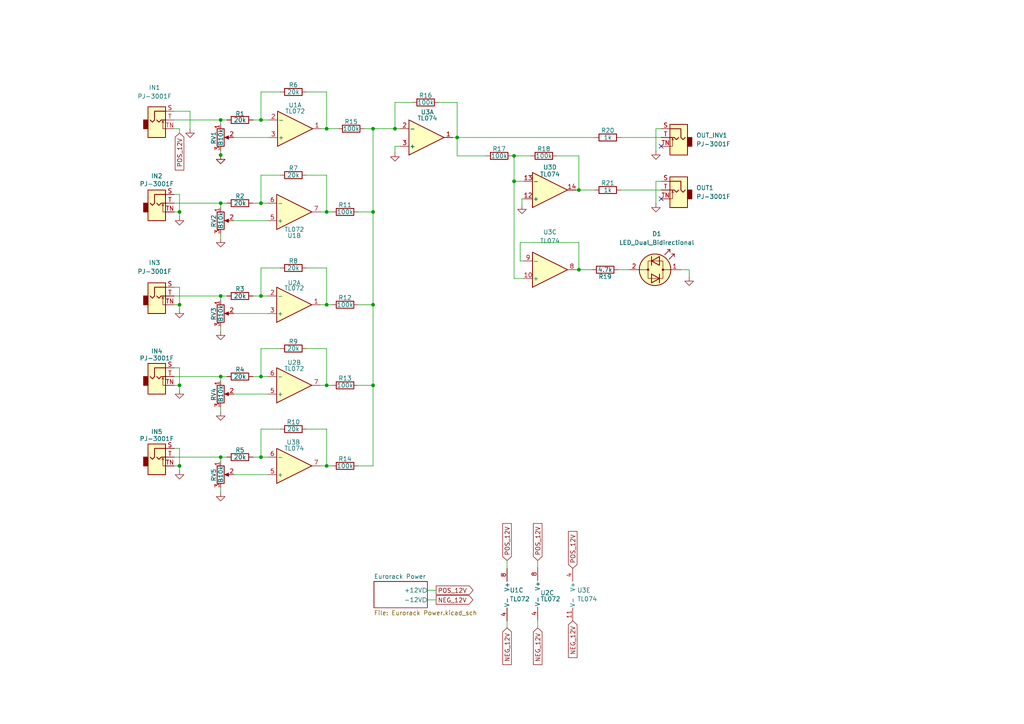
<source format=kicad_sch>
(kicad_sch (version 20211123) (generator eeschema)
  (paper "A4")
  (title_block (title "MiniAttenuMix") (rev "v0.1") (company "benjiaomodular") (comment 1 "CV Mixer with Attenuverted Inputs"))
  (lib_symbols
    (symbol "Amplifier_Operational:TL072" (pin_names (offset 0.127))
      (property "Reference" "U" (at 0 5.08 0))
      (property "Value" "TL072" (at 0 -5.08 0))
      (symbol "TL072_1_1"
        (polyline (pts (xy -5.08 5.08) (xy 5.08 0) (xy -5.08 -5.08) (xy -5.08 5.08)) (stroke (width 0.254)) (fill (type background)))
        (pin output line (at 7.62 0 180) (length 2.54) (name "~") (number "1"))
        (pin input line (at -7.62 -2.54 0) (length 2.54) (name "-") (number "2"))
        (pin input line (at -7.62 2.54 0) (length 2.54) (name "+") (number "3"))
      )
      (symbol "TL072_2_1"
        (polyline (pts (xy -5.08 5.08) (xy 5.08 0) (xy -5.08 -5.08) (xy -5.08 5.08)) (stroke (width 0.254)) (fill (type background)))
        (pin input line (at -7.62 2.54 0) (length 2.54) (name "+") (number "5"))
        (pin input line (at -7.62 -2.54 0) (length 2.54) (name "-") (number "6"))
        (pin output line (at 7.62 0 180) (length 2.54) (name "~") (number "7"))
      )
      (symbol "TL072_3_1"
        (pin power_in line (at -2.54 -7.62 90) (length 3.81) (name "V-") (number "4"))
        (pin power_in line (at -2.54 7.62 270) (length 3.81) (name "V+") (number "8"))
      )
    )
    (symbol "Amplifier_Operational:TL074" (pin_names (offset 0.127))
      (property "Reference" "U" (at 0 5.08 0))
      (property "Value" "TL074" (at 0 -5.08 0))
      (symbol "TL074_1_1"
        (polyline (pts (xy -5.08 5.08) (xy 5.08 0) (xy -5.08 -5.08) (xy -5.08 5.08)) (stroke (width 0.254)) (fill (type background)))
        (pin output line (at 7.62 0 180) (length 2.54) (name "~") (number "1"))
        (pin input line (at -7.62 -2.54 0) (length 2.54) (name "-") (number "2"))
        (pin input line (at -7.62 2.54 0) (length 2.54) (name "+") (number "3"))
      )
      (symbol "TL074_2_1"
        (polyline (pts (xy -5.08 5.08) (xy 5.08 0) (xy -5.08 -5.08) (xy -5.08 5.08)) (stroke (width 0.254)) (fill (type background)))
        (pin input line (at -7.62 2.54 0) (length 2.54) (name "+") (number "5"))
        (pin input line (at -7.62 -2.54 0) (length 2.54) (name "-") (number "6"))
        (pin output line (at 7.62 0 180) (length 2.54) (name "~") (number "7"))
      )
      (symbol "TL074_3_1"
        (polyline (pts (xy -5.08 5.08) (xy 5.08 0) (xy -5.08 -5.08) (xy -5.08 5.08)) (stroke (width 0.254)) (fill (type background)))
        (pin input line (at -7.62 2.54 0) (length 2.54) (name "+") (number "10"))
        (pin output line (at 7.62 0 180) (length 2.54) (name "~") (number "8"))
        (pin input line (at -7.62 -2.54 0) (length 2.54) (name "-") (number "9"))
      )
      (symbol "TL074_4_1"
        (polyline (pts (xy -5.08 5.08) (xy 5.08 0) (xy -5.08 -5.08) (xy -5.08 5.08)) (stroke (width 0.254)) (fill (type background)))
        (pin input line (at -7.62 2.54 0) (length 2.54) (name "+") (number "12"))
        (pin input line (at -7.62 -2.54 0) (length 2.54) (name "-") (number "13"))
        (pin output line (at 7.62 0 180) (length 2.54) (name "~") (number "14"))
      )
      (symbol "TL074_5_1"
        (pin power_in line (at -2.54 -7.62 90) (length 3.81) (name "V-") (number "11"))
        (pin power_in line (at -2.54 7.62 270) (length 3.81) (name "V+") (number "4"))
      )
    )
    (symbol "Connector:AudioJack2_SwitchT"
      (property "Reference" "J" (at 0 8.89 0))
      (property "Value" "AudioJack2_SwitchT" (at 0 6.35 0))
      (symbol "AudioJack2_SwitchT_0_1"
        (rectangle (start -2.54 0) (end -3.81 -2.54) (stroke (width 0.254)) (fill (type outline)))
        (polyline (pts (xy 1.778 -0.254) (xy 2.032 -0.762)))
        (polyline (pts (xy 0 0) (xy 0.635 -0.635) (xy 1.27 0) (xy 2.54 0)) (stroke (width 0.254)))
        (polyline (pts (xy 2.54 -2.54) (xy 1.778 -2.54) (xy 1.778 -0.254) (xy 1.524 -0.762)))
        (polyline (pts (xy 2.54 2.54) (xy -0.635 2.54) (xy -0.635 0) (xy -1.27 -0.635) (xy -1.905 0)) (stroke (width 0.254)))
        (rectangle (start 2.54 3.81) (end -2.54 -5.08) (stroke (width 0.254)) (fill (type background)))
      )
      (symbol "AudioJack2_SwitchT_1_1"
        (pin passive line (at 5.08 2.54 180) (length 2.54) (name "~") (number "S"))
        (pin passive line (at 5.08 0 180) (length 2.54) (name "~") (number "T"))
        (pin passive line (at 5.08 -2.54 180) (length 2.54) (name "~") (number "TN"))
      )
    )
    (symbol "Device:LED_Dual_Bidirectional" (pin_names (offset 0) hide)
      (property "Reference" "D" (at 0 5.715 0))
      (property "Value" "LED_Dual_Bidirectional" (at 0 -6.35 0))
      (symbol "LED_Dual_Bidirectional_0_1"
        (circle (center -2.032 0) (radius 0.254) (fill (type outline)))
        (polyline (pts (xy -4.572 0) (xy -2.54 0)))
        (polyline (pts (xy -2.032 0) (xy -2.54 0)))
        (polyline (pts (xy -1.016 3.81) (xy -1.016 1.27)) (stroke (width 0.254)))
        (polyline (pts (xy 1.27 -1.27) (xy 1.27 -3.81)) (stroke (width 0.254)))
        (polyline (pts (xy 4.064 0) (xy 2.286 0)) (fill (type outline)))
        (polyline (pts (xy 4.318 5.842) (xy 4.318 5.08)) (stroke (width 0.2032)))
        (polyline (pts (xy 5.588 4.572) (xy 5.588 3.81)) (stroke (width 0.2032)))
        (polyline (pts (xy 2.794 4.318) (xy 4.318 5.842) (xy 3.556 5.842)) (stroke (width 0.2032)))
        (polyline (pts (xy 4.064 3.048) (xy 5.588 4.572) (xy 4.826 4.572)) (stroke (width 0.2032)))
        (polyline (pts (xy -1.016 -1.27) (xy -1.016 -3.81) (xy 1.27 -2.54) (xy -1.016 -1.27)) (stroke (width 0.254)))
        (polyline (pts (xy 1.27 3.81) (xy 1.27 1.27) (xy -1.016 2.54) (xy 1.27 3.81)) (stroke (width 0.254)))
        (polyline (pts (xy 2.286 2.54) (xy -2.032 2.54) (xy -2.032 -2.54) (xy 2.286 -2.54) (xy 2.286 2.54)))
        (circle (center 0 0) (radius 4.572) (stroke (width 0.254)) (fill (type background)))
        (circle (center 2.286 0) (radius 0.254) (fill (type outline)))
      )
      (symbol "LED_Dual_Bidirectional_1_1"
        (pin input line (at 7.62 0 180) (length 3.81) (name "KA") (number "1"))
        (pin input line (at -7.62 0 0) (length 3.048) (name "AK") (number "2"))
      )
    )
    (symbol "Device:R" (pin_numbers hide) (pin_names (offset 0))
      (property "Reference" "R" (at 2.032 0 90))
      (property "Value" "R" (at 0 0 90))
      (symbol "R_0_1"
        (rectangle (start -1.016 -2.54) (end 1.016 2.54) (stroke (width 0.254)))
      )
      (symbol "R_1_1"
        (pin passive line (at 0 3.81 270) (length 1.27) (name "~") (number "1"))
        (pin passive line (at 0 -3.81 90) (length 1.27) (name "~") (number "2"))
      )
    )
    (symbol "Device:R_Potentiometer" (pin_names (offset 1.016) hide)
      (property "Reference" "RV" (at -4.445 0 90))
      (property "Value" "R_Potentiometer" (at -2.54 0 90))
      (symbol "R_Potentiometer_0_1"
        (polyline (pts (xy 2.54 0) (xy 1.524 0)))
        (polyline (pts (xy 1.143 0) (xy 2.286 0.508) (xy 2.286 -0.508) (xy 1.143 0)) (fill (type outline)))
        (rectangle (start 1.016 2.54) (end -1.016 -2.54) (stroke (width 0.254)))
      )
      (symbol "R_Potentiometer_1_1"
        (pin passive line (at 0 3.81 270) (length 1.27) (name "1") (number "1"))
        (pin passive line (at 3.81 0 180) (length 1.27) (name "2") (number "2"))
        (pin passive line (at 0 -3.81 90) (length 1.27) (name "3") (number "3"))
      )
    )
    (symbol "power:GND" (power) (pin_names (offset 0))
      (property "Value" "GND" (at 0 -3.81 0))
      (symbol "GND_0_1"
        (polyline (pts (xy 0 0) (xy 0 -1.27) (xy 1.27 -1.27) (xy 0 -2.54) (xy -1.27 -1.27) (xy 0 -1.27)))
      )
      (symbol "GND_1_1"
        (pin power_in line (at 0 0 270) (length 0) hide (name "GND") (number "1"))
      )
    )
  )
  (junction (at 94.742 37.338))
  (junction (at 94.742 88.392))
  (junction (at 64.008 34.798))
  (junction (at 75.692 132.588))
  (junction (at 132.588 39.878))
  (junction (at 167.894 78.232))
  (junction (at 64.008 58.928))
  (junction (at 75.692 85.852))
  (junction (at 52.07 88.392))
  (junction (at 149.098 45.212))
  (junction (at 94.742 135.128))
  (junction (at 64.008 132.588))
  (junction (at 52.07 61.468))
  (junction (at 52.07 111.76))
  (junction (at 64.008 85.852))
  (junction (at 64.008 44.958))
  (junction (at 94.742 61.468))
  (junction (at 149.098 52.578))
  (junction (at 114.554 37.338))
  (junction (at 94.742 111.76))
  (junction (at 108.204 61.468))
  (junction (at 108.204 111.76))
  (junction (at 52.07 135.128))
  (junction (at 75.692 58.928))
  (junction (at 108.204 37.338))
  (junction (at 108.204 88.392))
  (junction (at 167.894 55.118))
  (junction (at 75.692 34.798))
  (junction (at 64.008 109.22))
  (junction (at 75.692 109.22))
  (no_connect (at 191.77 42.418))
  (no_connect (at 191.77 57.658))
  (wire (pts (xy 108.204 88.392) (xy 103.886 88.392)))
  (wire (pts (xy 81.28 26.67) (xy 75.692 26.67)))
  (wire (pts (xy 179.324 78.232) (xy 182.372 78.232)))
  (wire (pts (xy 52.07 130.048) (xy 52.07 135.128)))
  (wire (pts (xy 50.546 61.468) (xy 52.07 61.468)))
  (wire (pts (xy 191.77 52.578) (xy 190.246 52.578)))
  (wire (pts (xy 50.546 132.588) (xy 64.008 132.588)))
  (wire (pts (xy 94.742 135.128) (xy 96.266 135.128)))
  (wire (pts (xy 94.742 77.724) (xy 94.742 88.392)))
  (wire (pts (xy 64.008 34.798) (xy 64.008 36.068)))
  (wire (pts (xy 50.546 58.928) (xy 64.008 58.928)))
  (wire (pts (xy 52.07 106.68) (xy 52.07 111.76)))
  (wire (pts (xy 52.07 88.392) (xy 52.07 89.662)))
  (wire (pts (xy 167.132 78.232) (xy 167.894 78.232)))
  (wire (pts (xy 81.28 77.724) (xy 75.692 77.724)))
  (wire (pts (xy 108.204 111.76) (xy 108.204 135.128)))
  (wire (pts (xy 94.742 26.67) (xy 94.742 37.338)))
  (wire (pts (xy 50.546 135.128) (xy 52.07 135.128)))
  (wire (pts (xy 94.742 88.392) (xy 92.964 88.392)))
  (wire (pts (xy 64.008 34.798) (xy 65.786 34.798)))
  (wire (pts (xy 147.066 162.56) (xy 147.066 164.846)))
  (wire (pts (xy 52.07 56.388) (xy 52.07 61.468)))
  (wire (pts (xy 50.546 106.68) (xy 52.07 106.68)))
  (wire (pts (xy 94.742 124.46) (xy 94.742 135.128)))
  (wire (pts (xy 50.546 85.852) (xy 64.008 85.852)))
  (wire (pts (xy 94.742 37.338) (xy 98.044 37.338)))
  (wire (pts (xy 94.742 88.392) (xy 96.266 88.392)))
  (wire (pts (xy 75.692 50.8) (xy 75.692 58.928)))
  (wire (pts (xy 132.588 45.212) (xy 132.588 39.878)))
  (wire (pts (xy 94.742 50.8) (xy 94.742 61.468)))
  (wire (pts (xy 64.008 132.588) (xy 65.786 132.588)))
  (wire (pts (xy 94.742 37.338) (xy 93.218 37.338)))
  (wire (pts (xy 114.554 29.718) (xy 114.554 37.338)))
  (wire (pts (xy 73.406 85.852) (xy 75.692 85.852)))
  (wire (pts (xy 52.07 135.128) (xy 52.07 136.398)))
  (wire (pts (xy 88.9 124.46) (xy 94.742 124.46)))
  (wire (pts (xy 94.742 135.128) (xy 92.964 135.128)))
  (wire (pts (xy 67.818 64.008) (xy 77.724 64.008)))
  (wire (pts (xy 67.818 90.932) (xy 77.724 90.932)))
  (wire (pts (xy 75.692 34.798) (xy 77.978 34.798)))
  (wire (pts (xy 64.008 132.588) (xy 64.008 133.858)))
  (wire (pts (xy 132.588 39.878) (xy 172.466 39.878)))
  (wire (pts (xy 149.098 45.212) (xy 153.924 45.212)))
  (wire (pts (xy 88.9 101.092) (xy 94.742 101.092)))
  (wire (pts (xy 167.894 45.212) (xy 167.894 55.118)))
  (wire (pts (xy 55.118 32.258) (xy 55.118 37.338)))
  (wire (pts (xy 149.098 80.772) (xy 151.892 80.772)))
  (wire (pts (xy 64.008 58.928) (xy 65.786 58.928)))
  (wire (pts (xy 75.692 101.092) (xy 75.692 109.22)))
  (wire (pts (xy 52.07 37.338) (xy 52.07 38.608)))
  (wire (pts (xy 161.544 45.212) (xy 167.894 45.212)))
  (wire (pts (xy 50.546 88.392) (xy 52.07 88.392)))
  (wire (pts (xy 123.952 173.99) (xy 126.492 173.99)))
  (wire (pts (xy 180.086 39.878) (xy 191.77 39.878)))
  (wire (pts (xy 94.742 61.468) (xy 96.266 61.468)))
  (wire (pts (xy 64.008 67.818) (xy 64.008 69.088)))
  (wire (pts (xy 167.894 70.358) (xy 167.894 78.232)))
  (wire (pts (xy 108.204 37.338) (xy 108.204 61.468)))
  (wire (pts (xy 155.956 164.592) (xy 155.956 162.56)))
  (wire (pts (xy 88.9 77.724) (xy 94.742 77.724)))
  (wire (pts (xy 149.098 45.212) (xy 149.098 52.578)))
  (wire (pts (xy 75.692 109.22) (xy 77.724 109.22)))
  (wire (pts (xy 88.9 26.67) (xy 94.742 26.67)))
  (wire (pts (xy 191.77 37.338) (xy 190.246 37.338)))
  (wire (pts (xy 180.086 55.118) (xy 191.77 55.118)))
  (wire (pts (xy 132.588 45.212) (xy 140.97 45.212)))
  (wire (pts (xy 64.008 109.22) (xy 64.008 110.49)))
  (wire (pts (xy 52.07 61.468) (xy 52.07 62.738)))
  (wire (pts (xy 127.254 29.718) (xy 132.588 29.718)))
  (wire (pts (xy 94.742 111.76) (xy 96.266 111.76)))
  (wire (pts (xy 52.07 83.312) (xy 52.07 88.392)))
  (wire (pts (xy 50.546 56.388) (xy 52.07 56.388)))
  (wire (pts (xy 75.692 58.928) (xy 77.724 58.928)))
  (wire (pts (xy 151.892 57.658) (xy 151.384 57.658)))
  (wire (pts (xy 167.894 55.118) (xy 167.132 55.118)))
  (wire (pts (xy 50.546 130.048) (xy 52.07 130.048)))
  (wire (pts (xy 167.894 55.118) (xy 172.466 55.118)))
  (wire (pts (xy 132.588 39.878) (xy 131.318 39.878)))
  (wire (pts (xy 64.008 94.742) (xy 64.008 96.012)))
  (wire (pts (xy 67.818 39.878) (xy 77.978 39.878)))
  (wire (pts (xy 155.956 182.118) (xy 155.956 179.832)))
  (wire (pts (xy 64.008 58.928) (xy 64.008 60.198)))
  (wire (pts (xy 50.546 109.22) (xy 64.008 109.22)))
  (wire (pts (xy 64.008 43.688) (xy 64.008 44.958)))
  (wire (pts (xy 119.634 29.718) (xy 114.554 29.718)))
  (wire (pts (xy 150.876 75.692) (xy 150.876 70.358)))
  (wire (pts (xy 116.078 42.418) (xy 114.554 42.418)))
  (wire (pts (xy 67.818 137.668) (xy 77.724 137.668)))
  (wire (pts (xy 123.952 171.196) (xy 126.492 171.196)))
  (wire (pts (xy 151.892 75.692) (xy 150.876 75.692)))
  (wire (pts (xy 81.28 101.092) (xy 75.692 101.092)))
  (wire (pts (xy 150.876 70.358) (xy 167.894 70.358)))
  (wire (pts (xy 73.406 34.798) (xy 75.692 34.798)))
  (wire (pts (xy 147.066 180.086) (xy 147.066 182.118)))
  (wire (pts (xy 75.692 132.588) (xy 77.724 132.588)))
  (wire (pts (xy 148.59 45.212) (xy 149.098 45.212)))
  (wire (pts (xy 94.742 101.092) (xy 94.742 111.76)))
  (wire (pts (xy 64.008 118.11) (xy 64.008 119.38)))
  (wire (pts (xy 103.886 61.468) (xy 108.204 61.468)))
  (wire (pts (xy 73.406 132.588) (xy 75.692 132.588)))
  (wire (pts (xy 88.9 50.8) (xy 94.742 50.8)))
  (wire (pts (xy 149.098 52.578) (xy 149.098 80.772)))
  (wire (pts (xy 75.692 85.852) (xy 77.724 85.852)))
  (wire (pts (xy 81.28 50.8) (xy 75.692 50.8)))
  (wire (pts (xy 108.204 37.338) (xy 114.554 37.338)))
  (wire (pts (xy 75.692 77.724) (xy 75.692 85.852)))
  (wire (pts (xy 50.546 32.258) (xy 55.118 32.258)))
  (wire (pts (xy 50.546 34.798) (xy 64.008 34.798)))
  (wire (pts (xy 73.406 109.22) (xy 75.692 109.22)))
  (wire (pts (xy 132.588 29.718) (xy 132.588 39.878)))
  (wire (pts (xy 64.008 85.852) (xy 65.786 85.852)))
  (wire (pts (xy 149.098 52.578) (xy 151.892 52.578)))
  (wire (pts (xy 199.898 80.264) (xy 199.898 78.232)))
  (wire (pts (xy 114.554 42.418) (xy 114.554 44.196)))
  (wire (pts (xy 73.406 58.928) (xy 75.692 58.928)))
  (wire (pts (xy 64.008 109.22) (xy 65.786 109.22)))
  (wire (pts (xy 75.692 26.67) (xy 75.692 34.798)))
  (wire (pts (xy 114.554 37.338) (xy 116.078 37.338)))
  (wire (pts (xy 151.384 57.658) (xy 151.384 59.436)))
  (wire (pts (xy 108.204 88.392) (xy 108.204 111.76)))
  (wire (pts (xy 167.894 78.232) (xy 171.704 78.232)))
  (wire (pts (xy 105.664 37.338) (xy 108.204 37.338)))
  (wire (pts (xy 199.898 78.232) (xy 197.612 78.232)))
  (wire (pts (xy 50.546 83.312) (xy 52.07 83.312)))
  (wire (pts (xy 81.28 124.46) (xy 75.692 124.46)))
  (wire (pts (xy 52.07 111.76) (xy 52.07 113.03)))
  (wire (pts (xy 190.246 52.578) (xy 190.246 58.928)))
  (wire (pts (xy 75.692 124.46) (xy 75.692 132.588)))
  (wire (pts (xy 108.204 61.468) (xy 108.204 88.392)))
  (wire (pts (xy 108.204 135.128) (xy 103.886 135.128)))
  (wire (pts (xy 50.546 37.338) (xy 52.07 37.338)))
  (wire (pts (xy 67.818 114.3) (xy 77.724 114.3)))
  (wire (pts (xy 64.008 85.852) (xy 64.008 87.122)))
  (wire (pts (xy 94.742 61.468) (xy 92.964 61.468)))
  (wire (pts (xy 190.246 37.338) (xy 190.246 43.688)))
  (wire (pts (xy 94.742 111.76) (xy 92.964 111.76)))
  (wire (pts (xy 50.546 111.76) (xy 52.07 111.76)))
  (wire (pts (xy 64.008 141.478) (xy 64.008 142.748)))
  (wire (pts (xy 108.204 111.76) (xy 103.886 111.76)))
  (global_label "NEG_12V" (shape input) (at 155.956 182.118 270) (property "Intersheet References" "${INTERSHEET_REFS}" (effects hide)))
  (global_label "POS_12V" (shape input) (at 155.956 162.56 90) (property "Intersheet References" "${INTERSHEET_REFS}" (effects hide)))
  (global_label "POS_12V" (shape input) (at 147.066 162.56 90) (property "Intersheet References" "${INTERSHEET_REFS}" (effects hide)))
  (global_label "NEG_12V" (shape output) (at 126.492 173.99 0) (property "Intersheet References" "${INTERSHEET_REFS}" (effects hide)))
  (global_label "NEG_12V" (shape input) (at 147.066 182.118 270) (property "Intersheet References" "${INTERSHEET_REFS}" (effects hide)))
  (global_label "POS_12V" (shape input) (at 52.07 38.608 270) (property "Intersheet References" "${INTERSHEET_REFS}" (effects hide)))
  (global_label "POS_12V" (shape output) (at 126.492 171.196 0) (property "Intersheet References" "${INTERSHEET_REFS}" (effects hide)))
  (global_label "NEG_12V" (shape input) (at 166.116 180.086 270) (property "Intersheet References" "${INTERSHEET_REFS}" (effects hide)))
  (global_label "POS_12V" (shape input) (at 166.116 164.846 90) (property "Intersheet References" "${INTERSHEET_REFS}" (effects hide)))
  (symbol (lib_id "Device:R") (at 100.076 61.468 90) (unit 1)
    (property "Reference" "R11" (at 100.076 59.436 90))
    (property "Value" "100k" (at 100.076 61.468 90))
    (property "Footprint" "Resistor_SMD:R_0603_1608Metric_Pad0.98x0.95mm_HandSolder" (effects hide))
    (property "Manufacturers Name" "YAGEO" (effects hide))
    (property "Manufacturers Part Number" "RC0603FR-07100KL " (effects hide))
  )
  (symbol (lib_id "power:GND") (at 64.008 96.012 0) (unit 1)
    (property "Reference" "#PWR09" (effects hide))
    (property "Value" "GND" (effects hide))
  )
  (symbol (lib_id "power:GND") (at 52.07 136.398 0) (unit 1)
    (property "Reference" "#PWR04" (effects hide))
    (property "Value" "GND" (effects hide))
  )
  (symbol (lib_id "Device:R") (at 175.514 78.232 270) (unit 1)
    (property "Reference" "R19" (at 175.514 80.264 90))
    (property "Value" "4.7k" (at 175.514 78.232 90))
    (property "Footprint" "Resistor_SMD:R_0603_1608Metric_Pad0.98x0.95mm_HandSolder" (effects hide))
    (property "Manufacturers Name" "YAGEO" (effects hide))
    (property "Manufacturers Part Number" "RC0603FR-074K7L" (effects hide))
  )
  (symbol (lib_id "Amplifier_Operational:TL074") (at 168.656 172.466 0) (unit 5)
    (property "Reference" "U3" (at 167.386 171.1959 0) (effects (justify left)))
    (property "Value" "TL074" (at 167.386 173.7359 0) (effects (justify left)))
    (property "Footprint" "Package_SO:SOIC-14_3.9x8.7mm_P1.27mm" (effects hide))
    (property "Datasheet" "http://www.ti.com/lit/ds/symlink/tl071.pdf" (effects hide))
    (property "Manufacturers Name" "STMicroelectronics" (effects hide))
    (property "Manufacturers Part Number" "TL074ACDT " (effects hide))
  )
  (symbol (lib_id "power:GND") (at 64.008 119.38 0) (unit 1)
    (property "Reference" "#PWR010" (effects hide))
    (property "Value" "GND" (effects hide))
  )
  (symbol (lib_id "power:GND") (at 151.384 59.436 0) (unit 1)
    (property "Reference" "#PWR013" (effects hide))
    (property "Value" "GND" (effects hide))
  )
  (symbol (lib_id "Amplifier_Operational:TL072") (at 85.344 88.392 0) (mirror x) (unit 1)
    (property "Reference" "U2" (at 85.344 82.042 0))
    (property "Value" "TL072" (at 85.344 83.566 0))
    (property "Footprint" "Package_SO:SOIC-8_3.9x4.9mm_P1.27mm" (effects hide))
    (property "Datasheet" "http://www.ti.com/lit/ds/symlink/tl071.pdf" (effects hide))
    (property "Manufacturers Name" "STMicroelectronics" (effects hide))
    (property "Manufacturers Part Number" "TL072CDT" (effects hide))
  )
  (symbol (lib_id "Device:R_Potentiometer") (at 64.008 64.008 0) (unit 1)
    (property "Reference" "RV2" (at 61.976 62.23 90) (effects (justify right)))
    (property "Value" "B10k" (at 64.008 61.468 90) (effects (justify right)))
    (property "Footprint" "benjiaomodular:Potentiometer_RV09" (effects hide))
    (property "Manufacturers Name" "Alpha (Taiwan)" (effects hide))
    (property "Manufacturers Part Number" "RD901F-40-15R1-B100K" (effects hide))
  )
  (symbol (lib_id "Device:R") (at 144.78 45.212 90) (unit 1)
    (property "Reference" "R17" (at 144.78 43.18 90))
    (property "Value" "100k" (at 144.78 45.212 90))
    (property "Footprint" "Resistor_SMD:R_0603_1608Metric_Pad0.98x0.95mm_HandSolder" (effects hide))
    (property "Manufacturers Name" "YAGEO" (effects hide))
    (property "Manufacturers Part Number" "RC0603FR-07100KL " (effects hide))
  )
  (symbol (lib_id "Device:R") (at 101.854 37.338 90) (unit 1)
    (property "Reference" "R15" (at 101.854 35.306 90))
    (property "Value" "100k" (at 101.854 37.338 90))
    (property "Footprint" "Resistor_SMD:R_0603_1608Metric_Pad0.98x0.95mm_HandSolder" (effects hide))
    (property "Manufacturers Name" "YAGEO" (effects hide))
    (property "Manufacturers Part Number" "RC0603FR-07100KL " (effects hide))
  )
  (symbol (lib_id "Device:LED_Dual_Bidirectional") (at 189.992 78.232 0) (unit 1)
    (property "Reference" "D1" (at 190.4873 67.818 0))
    (property "Value" "LED_Dual_Bidirectional" (at 190.4873 70.358 0))
    (property "Footprint" "LED_THT:LED_D3.0mm" (effects hide))
    (property "Manufacturers Name" "KENTO" (effects hide))
    (property "Manufacturers Part Number" "3ARG4HWC" (effects hide))
  )
  (symbol (lib_id "Device:R_Potentiometer") (at 64.008 90.932 0) (unit 1)
    (property "Reference" "RV3" (at 61.976 89.154 90) (effects (justify right)))
    (property "Value" "B10k" (at 64.008 88.392 90) (effects (justify right)))
    (property "Footprint" "benjiaomodular:Potentiometer_RV09" (effects hide))
    (property "Manufacturers Name" "Alpha (Taiwan)" (effects hide))
    (property "Manufacturers Part Number" "RD901F-40-15R1-B100K" (effects hide))
  )
  (symbol (lib_id "power:GND") (at 52.07 113.03 0) (unit 1)
    (property "Reference" "#PWR03" (effects hide))
    (property "Value" "GND" (effects hide))
  )
  (symbol (lib_id "power:GND") (at 199.898 80.264 0) (unit 1)
    (property "Reference" "#PWR016" (effects hide))
    (property "Value" "GND" (effects hide))
  )
  (symbol (lib_id "Device:R") (at 69.596 132.588 90) (unit 1)
    (property "Reference" "R5" (at 69.596 130.556 90))
    (property "Value" "20k" (at 69.596 132.588 90))
    (property "Footprint" "Resistor_SMD:R_0603_1608Metric_Pad0.98x0.95mm_HandSolder" (effects hide))
    (property "Manufacturers Name" "YAGEO" (effects hide))
    (property "Manufacturers Part Number" "RC0603FR-0720KL" (effects hide))
  )
  (symbol (lib_id "Connector:AudioJack2_SwitchT") (at 45.466 109.22 0) (unit 1)
    (property "Reference" "IN4" (at 45.466 101.854 0))
    (property "Value" "PJ-3001F" (at 45.466 103.886 0))
    (property "Footprint" "benjiaomodular:AudioJack_3.5mm" (effects hide))
    (property "Manufacturers Name" "Tayda Electronics" (effects hide))
    (property "Manufacturers Part Number" "PJ-3001F" (effects hide))
  )
  (symbol (lib_id "Device:R") (at 85.09 124.46 90) (unit 1)
    (property "Reference" "R10" (at 85.09 122.428 90))
    (property "Value" "20k" (at 85.09 124.46 90))
    (property "Footprint" "Resistor_SMD:R_0603_1608Metric_Pad0.98x0.95mm_HandSolder" (effects hide))
    (property "Manufacturers Name" "YAGEO" (effects hide))
    (property "Manufacturers Part Number" "RC0603FR-0720KL" (effects hide))
  )
  (symbol (lib_id "Device:R") (at 157.734 45.212 90) (unit 1)
    (property "Reference" "R18" (at 157.734 43.18 90))
    (property "Value" "100k" (at 157.734 45.212 90))
    (property "Footprint" "Resistor_SMD:R_0603_1608Metric_Pad0.98x0.95mm_HandSolder" (effects hide))
    (property "Manufacturers Name" "YAGEO" (effects hide))
    (property "Manufacturers Part Number" "RC0603FR-07100KL " (effects hide))
  )
  (symbol (lib_id "Device:R") (at 85.09 77.724 90) (unit 1)
    (property "Reference" "R8" (at 85.09 75.692 90))
    (property "Value" "20k" (at 85.09 77.724 90))
    (property "Footprint" "Resistor_SMD:R_0603_1608Metric_Pad0.98x0.95mm_HandSolder" (effects hide))
    (property "Manufacturers Name" "YAGEO" (effects hide))
    (property "Manufacturers Part Number" "RC0603FR-0720KL" (effects hide))
  )
  (symbol (lib_id "Connector:AudioJack2_SwitchT") (at 45.466 132.588 0) (unit 1)
    (property "Reference" "IN5" (at 45.466 125.222 0))
    (property "Value" "PJ-3001F" (at 45.466 127.254 0))
    (property "Footprint" "benjiaomodular:AudioJack_3.5mm" (effects hide))
    (property "Manufacturers Name" "Tayda Electronics" (effects hide))
    (property "Manufacturers Part Number" "PJ-3001F" (effects hide))
  )
  (symbol (lib_id "Device:R") (at 69.596 109.22 90) (unit 1)
    (property "Reference" "R4" (at 69.596 107.188 90))
    (property "Value" "20k" (at 69.596 109.22 90))
    (property "Footprint" "Resistor_SMD:R_0603_1608Metric_Pad0.98x0.95mm_HandSolder" (effects hide))
    (property "Manufacturers Name" "YAGEO" (effects hide))
    (property "Manufacturers Part Number" "RC0603FR-0720KL" (effects hide))
  )
  (symbol (lib_id "Device:R") (at 85.09 50.8 90) (unit 1)
    (property "Reference" "R7" (at 85.09 48.768 90))
    (property "Value" "20k" (at 85.09 50.8 90))
    (property "Footprint" "Resistor_SMD:R_0603_1608Metric_Pad0.98x0.95mm_HandSolder" (effects hide))
    (property "Manufacturers Name" "YAGEO" (effects hide))
    (property "Manufacturers Part Number" "RC0603FR-0720KL" (effects hide))
  )
  (symbol (lib_id "power:GND") (at 64.008 44.958 0) (unit 1)
    (property "Reference" "#PWR06" (effects hide))
    (property "Value" "GND" (effects hide))
  )
  (symbol (lib_id "Device:R") (at 176.276 55.118 90) (unit 1)
    (property "Reference" "R21" (at 176.276 53.086 90))
    (property "Value" "1k" (at 176.276 55.118 90))
    (property "Footprint" "Resistor_SMD:R_0603_1608Metric_Pad0.98x0.95mm_HandSolder" (effects hide))
    (property "Manufacturers Name" "YAGEO" (effects hide))
    (property "Manufacturers Part Number" "RC0603FR-071KL " (effects hide))
  )
  (symbol (lib_id "Device:R") (at 69.596 85.852 90) (unit 1)
    (property "Reference" "R3" (at 69.596 83.82 90))
    (property "Value" "20k" (at 69.596 85.852 90))
    (property "Footprint" "Resistor_SMD:R_0603_1608Metric_Pad0.98x0.95mm_HandSolder" (effects hide))
    (property "Manufacturers Name" "YAGEO" (effects hide))
    (property "Manufacturers Part Number" "RC0603FR-0720KL" (effects hide))
  )
  (symbol (lib_id "Device:R") (at 123.444 29.718 90) (unit 1)
    (property "Reference" "R16" (at 123.444 27.686 90))
    (property "Value" "100k" (at 123.444 29.718 90))
    (property "Footprint" "Resistor_SMD:R_0603_1608Metric_Pad0.98x0.95mm_HandSolder" (effects hide))
    (property "Manufacturers Name" "YAGEO" (effects hide))
    (property "Manufacturers Part Number" "RC0603FR-07100KL " (effects hide))
  )
  (symbol (lib_id "power:GND") (at 64.008 69.088 0) (unit 1)
    (property "Reference" "#PWR08" (effects hide))
    (property "Value" "GND" (effects hide))
  )
  (symbol (lib_id "Amplifier_Operational:TL074") (at 123.698 39.878 0) (mirror x) (unit 1)
    (property "Reference" "U3" (at 123.952 32.512 0))
    (property "Value" "TL074" (at 123.952 34.29 0))
    (property "Footprint" "Package_SO:SOIC-14_3.9x8.7mm_P1.27mm" (effects hide))
    (property "Datasheet" "http://www.ti.com/lit/ds/symlink/tl071.pdf" (effects hide))
    (property "Manufacturers Name" "STMicroelectronics" (effects hide))
    (property "Manufacturers Part Number" "TL074ACDT " (effects hide))
  )
  (symbol (lib_id "Device:R_Potentiometer") (at 64.008 137.668 0) (unit 1)
    (property "Reference" "RV5" (at 61.976 135.89 90) (effects (justify right)))
    (property "Value" "B10k" (at 64.008 135.128 90) (effects (justify right)))
    (property "Footprint" "benjiaomodular:Potentiometer_RV09" (effects hide))
    (property "Manufacturers Name" "Alpha (Taiwan)" (effects hide))
    (property "Manufacturers Part Number" "RD901F-40-15R1-B100K" (effects hide))
  )
  (symbol (lib_id "Connector:AudioJack2_SwitchT") (at 196.85 55.118 0) (mirror y) (unit 1)
    (property "Reference" "OUT1" (at 201.93 54.4829 0) (effects (justify right)))
    (property "Value" "PJ-3001F" (at 201.93 57.0229 0) (effects (justify right)))
    (property "Footprint" "benjiaomodular:AudioJack_3.5mm" (effects hide))
    (property "Manufacturers Name" "Tayda Electronics" (effects hide))
    (property "Manufacturers Part Number" "PJ-3001F" (effects hide))
  )
  (symbol (lib_id "Device:R") (at 85.09 26.67 90) (unit 1)
    (property "Reference" "R6" (at 85.09 24.638 90))
    (property "Value" "20k" (at 85.09 26.67 90))
    (property "Footprint" "Resistor_SMD:R_0603_1608Metric_Pad0.98x0.95mm_HandSolder" (effects hide))
    (property "Manufacturers Name" "YAGEO" (effects hide))
    (property "Manufacturers Part Number" "RC0603FR-0720KL" (effects hide))
  )
  (symbol (lib_id "power:GND") (at 64.008 142.748 0) (unit 1)
    (property "Reference" "#PWR011" (effects hide))
    (property "Value" "GND" (effects hide))
  )
  (symbol (lib_id "Amplifier_Operational:TL072") (at 85.344 61.468 0) (mirror x) (unit 2)
    (property "Reference" "U1" (at 85.344 68.326 0))
    (property "Value" "TL072" (at 85.344 66.548 0))
    (property "Footprint" "Package_SO:SOIC-8_3.9x4.9mm_P1.27mm" (effects hide))
    (property "Datasheet" "http://www.ti.com/lit/ds/symlink/tl071.pdf" (effects hide))
    (property "Manufacturers Name" "STMicroelectronics" (effects hide))
    (property "Manufacturers Part Number" "TL072CDT" (effects hide))
  )
  (symbol (lib_id "Device:R") (at 100.076 111.76 90) (unit 1)
    (property "Reference" "R13" (at 100.076 109.728 90))
    (property "Value" "100k" (at 100.076 111.76 90))
    (property "Footprint" "Resistor_SMD:R_0603_1608Metric_Pad0.98x0.95mm_HandSolder" (effects hide))
    (property "Manufacturers Name" "YAGEO" (effects hide))
    (property "Manufacturers Part Number" "RC0603FR-07100KL " (effects hide))
  )
  (symbol (lib_id "Amplifier_Operational:TL072") (at 85.344 111.76 0) (mirror x) (unit 2)
    (property "Reference" "U2" (at 85.344 105.156 0))
    (property "Value" "TL072" (at 85.344 106.934 0))
    (property "Footprint" "Package_SO:SOIC-8_3.9x4.9mm_P1.27mm" (effects hide))
    (property "Datasheet" "http://www.ti.com/lit/ds/symlink/tl071.pdf" (effects hide))
    (property "Manufacturers Name" "STMicroelectronics" (effects hide))
    (property "Manufacturers Part Number" "TL072CDT" (effects hide))
  )
  (symbol (lib_id "power:GND") (at 190.246 58.928 0) (mirror y) (unit 1)
    (property "Reference" "#PWR015" (effects hide))
    (property "Value" "GND" (effects hide))
  )
  (symbol (lib_id "Connector:AudioJack2_SwitchT") (at 45.466 85.852 0) (unit 1)
    (property "Reference" "IN3" (at 44.831 76.2 0))
    (property "Value" "PJ-3001F" (at 44.831 78.74 0))
    (property "Footprint" "benjiaomodular:AudioJack_3.5mm" (effects hide))
    (property "Manufacturers Name" "Tayda Electronics" (effects hide))
    (property "Manufacturers Part Number" "PJ-3001F" (effects hide))
  )
  (symbol (lib_id "Device:R") (at 100.076 88.392 90) (unit 1)
    (property "Reference" "R12" (at 100.076 86.36 90))
    (property "Value" "100k" (at 100.076 88.392 90))
    (property "Footprint" "Resistor_SMD:R_0603_1608Metric_Pad0.98x0.95mm_HandSolder" (effects hide))
    (property "Manufacturers Name" "YAGEO" (effects hide))
    (property "Manufacturers Part Number" "RC0603FR-07100KL " (effects hide))
  )
  (symbol (lib_id "Amplifier_Operational:TL072") (at 149.606 172.466 0) (unit 3)
    (property "Reference" "U1" (at 147.828 171.1959 0) (effects (justify left)))
    (property "Value" "TL072" (at 147.828 173.7359 0) (effects (justify left)))
    (property "Footprint" "Package_SO:SOIC-8_3.9x4.9mm_P1.27mm" (effects hide))
    (property "Datasheet" "http://www.ti.com/lit/ds/symlink/tl071.pdf" (effects hide))
    (property "Manufacturers Name" "STMicroelectronics" (effects hide))
    (property "Manufacturers Part Number" "TL072CDT" (effects hide))
  )
  (symbol (lib_id "Connector:AudioJack2_SwitchT") (at 45.466 34.798 0) (unit 1)
    (property "Reference" "IN1" (at 44.831 25.4 0))
    (property "Value" "PJ-3001F" (at 44.831 27.94 0))
    (property "Footprint" "benjiaomodular:AudioJack_3.5mm" (effects hide))
    (property "Manufacturers Name" "Tayda Electronics" (effects hide))
    (property "Manufacturers Part Number" "PJ-3001F" (effects hide))
  )
  (symbol (lib_id "Amplifier_Operational:TL074") (at 85.344 135.128 0) (mirror x) (unit 2)
    (property "Reference" "U3" (at 85.09 128.27 0))
    (property "Value" "TL074" (at 85.344 130.048 0))
    (property "Footprint" "Package_SO:SOIC-14_3.9x8.7mm_P1.27mm" (effects hide))
    (property "Datasheet" "http://www.ti.com/lit/ds/symlink/tl071.pdf" (effects hide))
    (property "Manufacturers Name" "STMicroelectronics" (effects hide))
    (property "Manufacturers Part Number" "TL074ACDT " (effects hide))
  )
  (symbol (lib_id "Device:R_Potentiometer") (at 64.008 114.3 0) (unit 1)
    (property "Reference" "RV4" (at 61.976 112.522 90) (effects (justify right)))
    (property "Value" "B10k" (at 64.008 111.76 90) (effects (justify right)))
    (property "Footprint" "benjiaomodular:Potentiometer_RV09" (effects hide))
    (property "Manufacturers Name" "Alpha (Taiwan)" (effects hide))
    (property "Manufacturers Part Number" "RD901F-40-15R1-B100K" (effects hide))
  )
  (symbol (lib_id "Amplifier_Operational:TL072") (at 153.416 172.212 0) (mirror y) (unit 3)
    (property "Reference" "U2" (at 156.718 171.958 0) (effects (justify right)))
    (property "Value" "TL072" (at 156.718 173.736 0) (effects (justify right)))
    (property "Footprint" "Package_SO:SOIC-8_3.9x4.9mm_P1.27mm" (effects hide))
    (property "Datasheet" "http://www.ti.com/lit/ds/symlink/tl071.pdf" (effects hide))
    (property "Manufacturers Name" "STMicroelectronics" (effects hide))
    (property "Manufacturers Part Number" "TL072CDT" (effects hide))
  )
  (symbol (lib_id "Device:R") (at 69.596 34.798 90) (unit 1)
    (property "Reference" "R1" (at 69.596 33.02 90))
    (property "Value" "20k" (at 69.596 34.798 90))
    (property "Footprint" "Resistor_SMD:R_0603_1608Metric_Pad0.98x0.95mm_HandSolder" (effects hide))
    (property "Manufacturers Name" "YAGEO" (effects hide))
    (property "Manufacturers Part Number" "RC0603FR-0720KL" (effects hide))
  )
  (symbol (lib_id "power:GND") (at 55.118 37.338 0) (unit 1)
    (property "Reference" "#PWR05" (effects hide))
    (property "Value" "GND" (effects hide))
  )
  (symbol (lib_id "Device:R") (at 100.076 135.128 90) (unit 1)
    (property "Reference" "R14" (at 100.076 133.096 90))
    (property "Value" "100k" (at 100.076 135.128 90))
    (property "Footprint" "Resistor_SMD:R_0603_1608Metric_Pad0.98x0.95mm_HandSolder" (effects hide))
    (property "Manufacturers Name" "YAGEO" (effects hide))
    (property "Manufacturers Part Number" "RC0603FR-07100KL " (effects hide))
  )
  (symbol (lib_id "Device:R") (at 85.09 101.092 90) (unit 1)
    (property "Reference" "R9" (at 85.09 99.06 90))
    (property "Value" "20k" (at 85.09 101.092 90))
    (property "Footprint" "Resistor_SMD:R_0603_1608Metric_Pad0.98x0.95mm_HandSolder" (effects hide))
    (property "Manufacturers Name" "YAGEO" (effects hide))
    (property "Manufacturers Part Number" "RC0603FR-0720KL" (effects hide))
  )
  (symbol (lib_id "Device:R") (at 69.596 58.928 90) (unit 1)
    (property "Reference" "R2" (at 69.596 56.896 90))
    (property "Value" "20k" (at 69.596 58.928 90))
    (property "Footprint" "Resistor_SMD:R_0603_1608Metric_Pad0.98x0.95mm_HandSolder" (effects hide))
    (property "Manufacturers Name" "YAGEO" (effects hide))
    (property "Manufacturers Part Number" "RC0603FR-0720KL" (effects hide))
  )
  (symbol (lib_id "power:GND") (at 52.07 89.662 0) (unit 1)
    (property "Reference" "#PWR02" (effects hide))
    (property "Value" "GND" (effects hide))
  )
  (symbol (lib_id "Amplifier_Operational:TL074") (at 159.512 78.232 0) (mirror x) (unit 3)
    (property "Reference" "U3" (at 159.512 67.31 0))
    (property "Value" "TL074" (at 159.512 69.85 0))
    (property "Footprint" "Package_SO:SOIC-14_3.9x8.7mm_P1.27mm" (effects hide))
    (property "Datasheet" "http://www.ti.com/lit/ds/symlink/tl071.pdf" (effects hide))
    (property "Manufacturers Name" "STMicroelectronics" (effects hide))
    (property "Manufacturers Part Number" "TL074ACDT " (effects hide))
  )
  (symbol (lib_id "Amplifier_Operational:TL074") (at 159.512 55.118 0) (mirror x) (unit 4)
    (property "Reference" "U3" (at 159.512 48.514 0))
    (property "Value" "TL074" (at 159.512 50.546 0))
    (property "Footprint" "Package_SO:SOIC-14_3.9x8.7mm_P1.27mm" (effects hide))
    (property "Datasheet" "http://www.ti.com/lit/ds/symlink/tl071.pdf" (effects hide))
    (property "Manufacturers Name" "STMicroelectronics" (effects hide))
    (property "Manufacturers Part Number" "TL074ACDT " (effects hide))
  )
  (symbol (lib_id "power:GND") (at 64.008 44.958 0) (unit 1)
    (property "Reference" "#PWR07" (effects hide))
    (property "Value" "GND" (effects hide))
  )
  (symbol (lib_id "Connector:AudioJack2_SwitchT") (at 196.85 39.878 0) (mirror y) (unit 1)
    (property "Reference" "OUT_INV1" (at 201.93 39.2429 0) (effects (justify right)))
    (property "Value" "PJ-3001F" (at 201.93 41.7829 0) (effects (justify right)))
    (property "Footprint" "benjiaomodular:AudioJack_3.5mm" (effects hide))
    (property "Manufacturers Name" "Tayda Electronics" (effects hide))
    (property "Manufacturers Part Number" "PJ-3001F" (effects hide))
  )
  (symbol (lib_id "Amplifier_Operational:TL072") (at 85.598 37.338 0) (mirror x) (unit 1)
    (property "Reference" "U1" (at 85.598 30.48 0))
    (property "Value" "TL072" (at 85.598 32.258 0))
    (property "Footprint" "Package_SO:SOIC-8_3.9x4.9mm_P1.27mm" (effects hide))
    (property "Datasheet" "http://www.ti.com/lit/ds/symlink/tl071.pdf" (effects hide))
    (property "Manufacturers Name" "STMicroelectronics" (effects hide))
    (property "Manufacturers Part Number" "TL072CDT" (effects hide))
  )
  (symbol (lib_id "Device:R") (at 176.276 39.878 90) (unit 1)
    (property "Reference" "R20" (at 176.276 37.846 90))
    (property "Value" "1k" (at 176.276 39.878 90))
    (property "Footprint" "Resistor_SMD:R_0603_1608Metric_Pad0.98x0.95mm_HandSolder" (effects hide))
    (property "Manufacturers Name" "YAGEO" (effects hide))
    (property "Manufacturers Part Number" "RC0603FR-071KL " (effects hide))
  )
  (symbol (lib_id "power:GND") (at 52.07 62.738 0) (unit 1)
    (property "Reference" "#PWR01" (effects hide))
    (property "Value" "GND" (effects hide))
  )
  (symbol (lib_id "Device:R_Potentiometer") (at 64.008 39.878 0) (unit 1)
    (property "Reference" "RV1" (at 61.976 38.1 90) (effects (justify right)))
    (property "Value" "B10k" (at 64.008 37.338 90) (effects (justify right)))
    (property "Footprint" "benjiaomodular:Potentiometer_RV09" (effects hide))
    (property "Manufacturers Name" "Alpha (Taiwan)" (effects hide))
    (property "Manufacturers Part Number" "RD901F-40-15R1-B100K" (effects hide))
  )
  (symbol (lib_id "power:GND") (at 114.554 44.196 0) (unit 1)
    (property "Reference" "#PWR012" (effects hide))
    (property "Value" "GND" (effects hide))
  )
  (symbol (lib_id "Connector:AudioJack2_SwitchT") (at 45.466 58.928 0) (unit 1)
    (property "Reference" "IN2" (at 45.466 51.054 0))
    (property "Value" "PJ-3001F" (at 45.466 53.34 0))
    (property "Footprint" "benjiaomodular:AudioJack_3.5mm" (effects hide))
    (property "Manufacturers Name" "Tayda Electronics" (effects hide))
    (property "Manufacturers Part Number" "PJ-3001F" (effects hide))
  )
  (symbol (lib_id "power:GND") (at 190.246 43.688 0) (mirror y) (unit 1)
    (property "Reference" "#PWR014" (effects hide))
    (property "Value" "GND" (effects hide))
  )
  (sheet (at 108.458 168.656) (size 15.494 7.62) (stroke (width 0.1524))
    (property "Sheet name" "Eurorack Power" (at 108.458 167.9444 0) (effects (justify left bottom)))
    (property "Sheet file" "Eurorack Power.kicad_sch" (at 108.458 177.038 0) (effects (justify left top)))
    (pin "+12V" output (at 123.952 171.196 0))
    (pin "-12V" output (at 123.952 173.99 0))
  )
)
</source>
